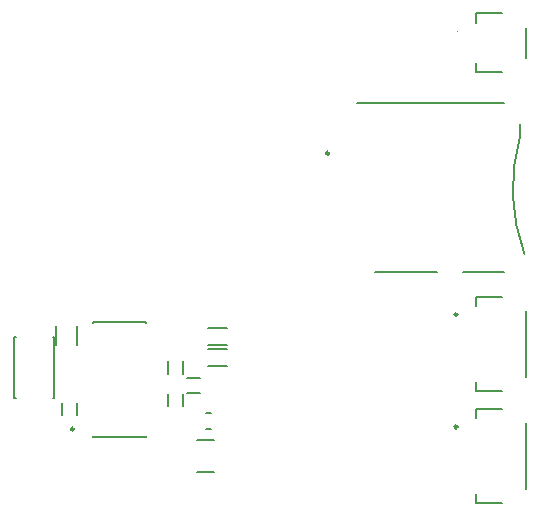
<source format=gbo>
G04*
G04 #@! TF.GenerationSoftware,Altium Limited,Altium Designer,23.4.1 (23)*
G04*
G04 Layer_Color=32896*
%FSLAX44Y44*%
%MOMM*%
G71*
G04*
G04 #@! TF.SameCoordinates,BB448C96-6B98-4BC5-9BA7-9117CF3D6AC6*
G04*
G04*
G04 #@! TF.FilePolarity,Positive*
G04*
G01*
G75*
%ADD11C,0.2500*%
%ADD12C,0.2000*%
%ADD128C,0.1000*%
D11*
X359750Y311500D02*
G03*
X359750Y311500I-1250J0D01*
G01*
X468500Y80000D02*
G03*
X468500Y80000I-1250J0D01*
G01*
Y175000D02*
G03*
X468500Y175000I-1250J0D01*
G01*
X143750Y78000D02*
G03*
X143750Y78000I-1250J0D01*
G01*
D12*
X521251Y324769D02*
G03*
X525057Y226521I153012J-43269D01*
G01*
X383000Y354000D02*
X507500D01*
X398500Y211000D02*
X451000D01*
X473000D02*
X507500D01*
X521250Y324770D02*
Y336600D01*
X526250Y27000D02*
Y83000D01*
X483750Y95000D02*
X506250D01*
X483750Y87000D02*
Y95000D01*
Y15000D02*
Y23000D01*
Y15000D02*
X506250D01*
X483750Y380000D02*
X506250D01*
X483750D02*
Y388000D01*
Y422000D02*
Y430000D01*
X506250D01*
X526250Y392000D02*
Y418000D01*
Y122000D02*
Y178000D01*
X483750Y190000D02*
X506250D01*
X483750Y182000D02*
Y190000D01*
Y110000D02*
Y118000D01*
Y110000D02*
X506250D01*
X255249Y78000D02*
X259749D01*
X255249Y92000D02*
X259749D01*
X247750Y41500D02*
X262250D01*
X247750Y68500D02*
X262250D01*
X257000Y146000D02*
X273000D01*
X257000Y164000D02*
X273000D01*
X146500Y149500D02*
Y165500D01*
X128500Y149500D02*
Y165500D01*
X257000Y131000D02*
X272999D01*
X257000Y149000D02*
X272999D01*
X239750Y108750D02*
X250250D01*
X239750Y121250D02*
X250250D01*
X236250Y124749D02*
Y135250D01*
X223750Y124749D02*
Y135250D01*
X236250Y97250D02*
Y107750D01*
X223750Y97250D02*
Y107750D01*
X160000Y71000D02*
X205000D01*
Y167900D02*
Y169000D01*
Y71000D02*
Y72100D01*
X160000Y169000D02*
X205000D01*
X160000Y167900D02*
Y169000D01*
Y71000D02*
Y72100D01*
X127001Y104000D02*
Y156001D01*
X93001D02*
X94251D01*
X125751D02*
X127001D01*
X93001Y104000D02*
Y156001D01*
Y104000D02*
X94251D01*
X125751D02*
X127001D01*
X146250Y89750D02*
Y100250D01*
X133750Y89750D02*
Y100250D01*
D128*
X469250Y415000D02*
G03*
X469250Y415000I-500J0D01*
G01*
M02*

</source>
